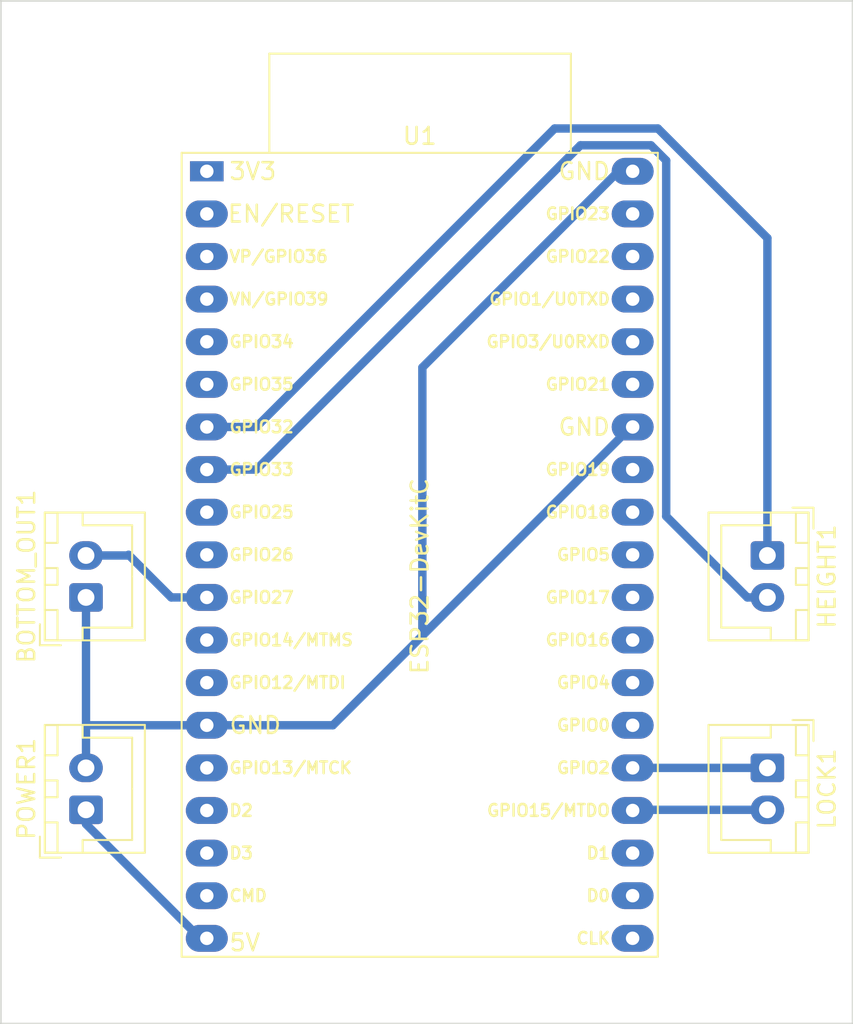
<source format=kicad_pcb>
(kicad_pcb (version 20221018) (generator pcbnew)
  (layers (0 "F.Cu" signal) (31 "B.Cu" signal) (34 "B.Paste" user) (35 "F.Paste" user) (36 "B.SilkS" user "B.Silkscreen") (37 "F.SilkS" user "F.Silkscreen") (38 "B.Mask" user) (39 "F.Mask" user) (44 "Edge.Cuts" user))
  (net 0 "")
  (net 1 "GND")
  (net 16 "+5V")
  (net 32 "Net-(BOTTOM_OUT1-Pin_2)")
  (net 33 "Net-(HEIGHT1-Pin_1)")
  (net 34 "Net-(HEIGHT1-Pin_2)")
  (net 35 "Net-(LOCK1-Pin_1)")
  (net 36 "Net-(LOCK1-Pin_2)")
  (footprint "Connector_JST:JST_XH_B2B-XH-A_1x02_P2.50mm_Vertical" (layer "F.Cu") (at 81.69868 154.98272 -90)
    (fp_text reference "HEIGHT1" (at 1.25 -3.55 90) (layer "F.SilkS"))
    (fp_text value "Conn_01x02_Pin")
    (fp_line (start -2.85 -2.75) (end -2.85 -1.5) (stroke (width 0.12)) (layer "F.SilkS"))
    (fp_line (start -2.56 -2.46) (end -2.56 3.51) (stroke (width 0.12)) (layer "F.SilkS"))
    (fp_line (start -2.56 3.51) (end 5.06 3.51) (stroke (width 0.12)) (layer "F.SilkS"))
    (fp_line (start -2.55 -2.45) (end -2.55 -1.7) (stroke (width 0.12)) (layer "F.SilkS"))
    (fp_line (start -2.55 -1.7) (end -0.75 -1.7) (stroke (width 0.12)) (layer "F.SilkS"))
    (fp_line (start -2.55 -0.2) (end -1.8 -0.2) (stroke (width 0.12)) (layer "F.SilkS"))
    (fp_line (start -1.8 -0.2) (end -1.8 2.75) (stroke (width 0.12)) (layer "F.SilkS"))
    (fp_line (start -1.8 2.75) (end 1.25 2.75) (stroke (width 0.12)) (layer "F.SilkS"))
    (fp_line (start -1.6 -2.75) (end -2.85 -2.75) (stroke (width 0.12)) (layer "F.SilkS"))
    (fp_line (start -0.75 -2.45) (end -2.55 -2.45) (stroke (width 0.12)) (layer "F.SilkS"))
    (fp_line (start -0.75 -1.7) (end -0.75 -2.45) (stroke (width 0.12)) (layer "F.SilkS"))
    (fp_line (start 0.75 -2.45) (end 0.75 -1.7) (stroke (width 0.12)) (layer "F.SilkS"))
    (fp_line (start 0.75 -1.7) (end 1.75 -1.7) (stroke (width 0.12)) (layer "F.SilkS"))
    (fp_line (start 1.75 -2.45) (end 0.75 -2.45) (stroke (width 0.12)) (layer "F.SilkS"))
    (fp_line (start 1.75 -1.7) (end 1.75 -2.45) (stroke (width 0.12)) (layer "F.SilkS"))
    (fp_line (start 3.25 -2.45) (end 3.25 -1.7) (stroke (width 0.12)) (layer "F.SilkS"))
    (fp_line (start 3.25 -1.7) (end 5.05 -1.7) (stroke (width 0.12)) (layer "F.SilkS"))
    (fp_line (start 4.3 -0.2) (end 4.3 2.75) (stroke (width 0.12)) (layer "F.SilkS"))
    (fp_line (start 4.3 2.75) (end 1.25 2.75) (stroke (width 0.12)) (layer "F.SilkS"))
    (fp_line (start 5.05 -2.45) (end 3.25 -2.45) (stroke (width 0.12)) (layer "F.SilkS"))
    (fp_line (start 5.05 -1.7) (end 5.05 -2.45) (stroke (width 0.12)) (layer "F.SilkS"))
    (fp_line (start 5.05 -0.2) (end 4.3 -0.2) (stroke (width 0.12)) (layer "F.SilkS"))
    (fp_line (start 5.06 -2.46) (end -2.56 -2.46) (stroke (width 0.12)) (layer "F.SilkS"))
    (fp_line (start 5.06 3.51) (end 5.06 -2.46) (stroke (width 0.12)) (layer "F.SilkS"))
    (pad "1" thru_hole roundrect (at 0 0 270) (size 1.7 2) (drill 1) (layers "*.Cu" "*.Mask") (roundrect_rratio 0.1470588235) (net 33 "Net-(HEIGHT1-Pin_1)"))
    (pad "2" thru_hole oval (at 2.5 0 270) (size 1.7 2) (drill 1) (layers "*.Cu" "*.Mask") (net 34 "Net-(HEIGHT1-Pin_2)"))
  )
  (footprint "Connector_JST:JST_XH_B2B-XH-A_1x02_P2.50mm_Vertical" (layer "F.Cu") (at 41.05868 157.48272 90)
    (fp_text reference "BOTTOM_OUT1" (at 1.25 -3.55 90) (layer "F.SilkS"))
    (fp_text value "Conn_01x02_Pin")
    (fp_line (start -2.85 -2.75) (end -2.85 -1.5) (stroke (width 0.12)) (layer "F.SilkS"))
    (fp_line (start -2.56 -2.46) (end -2.56 3.51) (stroke (width 0.12)) (layer "F.SilkS"))
    (fp_line (start -2.56 3.51) (end 5.06 3.51) (stroke (width 0.12)) (layer "F.SilkS"))
    (fp_line (start -2.55 -2.45) (end -2.55 -1.7) (stroke (width 0.12)) (layer "F.SilkS"))
    (fp_line (start -2.55 -1.7) (end -0.75 -1.7) (stroke (width 0.12)) (layer "F.SilkS"))
    (fp_line (start -2.55 -0.2) (end -1.8 -0.2) (stroke (width 0.12)) (layer "F.SilkS"))
    (fp_line (start -1.8 -0.2) (end -1.8 2.75) (stroke (width 0.12)) (layer "F.SilkS"))
    (fp_line (start -1.8 2.75) (end 1.25 2.75) (stroke (width 0.12)) (layer "F.SilkS"))
    (fp_line (start -1.6 -2.75) (end -2.85 -2.75) (stroke (width 0.12)) (layer "F.SilkS"))
    (fp_line (start -0.75 -2.45) (end -2.55 -2.45) (stroke (width 0.12)) (layer "F.SilkS"))
    (fp_line (start -0.75 -1.7) (end -0.75 -2.45) (stroke (width 0.12)) (layer "F.SilkS"))
    (fp_line (start 0.75 -2.45) (end 0.75 -1.7) (stroke (width 0.12)) (layer "F.SilkS"))
    (fp_line (start 0.75 -1.7) (end 1.75 -1.7) (stroke (width 0.12)) (layer "F.SilkS"))
    (fp_line (start 1.75 -2.45) (end 0.75 -2.45) (stroke (width 0.12)) (layer "F.SilkS"))
    (fp_line (start 1.75 -1.7) (end 1.75 -2.45) (stroke (width 0.12)) (layer "F.SilkS"))
    (fp_line (start 3.25 -2.45) (end 3.25 -1.7) (stroke (width 0.12)) (layer "F.SilkS"))
    (fp_line (start 3.25 -1.7) (end 5.05 -1.7) (stroke (width 0.12)) (layer "F.SilkS"))
    (fp_line (start 4.3 -0.2) (end 4.3 2.75) (stroke (width 0.12)) (layer "F.SilkS"))
    (fp_line (start 4.3 2.75) (end 1.25 2.75) (stroke (width 0.12)) (layer "F.SilkS"))
    (fp_line (start 5.05 -2.45) (end 3.25 -2.45) (stroke (width 0.12)) (layer "F.SilkS"))
    (fp_line (start 5.05 -1.7) (end 5.05 -2.45) (stroke (width 0.12)) (layer "F.SilkS"))
    (fp_line (start 5.05 -0.2) (end 4.3 -0.2) (stroke (width 0.12)) (layer "F.SilkS"))
    (fp_line (start 5.06 -2.46) (end -2.56 -2.46) (stroke (width 0.12)) (layer "F.SilkS"))
    (fp_line (start 5.06 3.51) (end 5.06 -2.46) (stroke (width 0.12)) (layer "F.SilkS"))
    (pad "1" thru_hole roundrect (at 0 0 90) (size 1.7 2) (drill 1) (layers "*.Cu" "*.Mask") (roundrect_rratio 0.1470588235) (net 1 "GND"))
    (pad "2" thru_hole oval (at 2.5 0 90) (size 1.7 2) (drill 1) (layers "*.Cu" "*.Mask") (net 32 "Net-(BOTTOM_OUT1-Pin_2)"))
  )
  (footprint "Connector_JST:JST_XH_B2B-XH-A_1x02_P2.50mm_Vertical" (layer "F.Cu") (at 81.69868 167.64272 -90)
    (fp_text reference "LOCK1" (at 1.25 -3.55 90) (layer "F.SilkS"))
    (fp_text value "Conn_01x02_Pin")
    (fp_line (start -2.85 -2.75) (end -2.85 -1.5) (stroke (width 0.12)) (layer "F.SilkS"))
    (fp_line (start -2.56 -2.46) (end -2.56 3.51) (stroke (width 0.12)) (layer "F.SilkS"))
    (fp_line (start -2.56 3.51) (end 5.06 3.51) (stroke (width 0.12)) (layer "F.SilkS"))
    (fp_line (start -2.55 -2.45) (end -2.55 -1.7) (stroke (width 0.12)) (layer "F.SilkS"))
    (fp_line (start -2.55 -1.7) (end -0.75 -1.7) (stroke (width 0.12)) (layer "F.SilkS"))
    (fp_line (start -2.55 -0.2) (end -1.8 -0.2) (stroke (width 0.12)) (layer "F.SilkS"))
    (fp_line (start -1.8 -0.2) (end -1.8 2.75) (stroke (width 0.12)) (layer "F.SilkS"))
    (fp_line (start -1.8 2.75) (end 1.25 2.75) (stroke (width 0.12)) (layer "F.SilkS"))
    (fp_line (start -1.6 -2.75) (end -2.85 -2.75) (stroke (width 0.12)) (layer "F.SilkS"))
    (fp_line (start -0.75 -2.45) (end -2.55 -2.45) (stroke (width 0.12)) (layer "F.SilkS"))
    (fp_line (start -0.75 -1.7) (end -0.75 -2.45) (stroke (width 0.12)) (layer "F.SilkS"))
    (fp_line (start 0.75 -2.45) (end 0.75 -1.7) (stroke (width 0.12)) (layer "F.SilkS"))
    (fp_line (start 0.75 -1.7) (end 1.75 -1.7) (stroke (width 0.12)) (layer "F.SilkS"))
    (fp_line (start 1.75 -2.45) (end 0.75 -2.45) (stroke (width 0.12)) (layer "F.SilkS"))
    (fp_line (start 1.75 -1.7) (end 1.75 -2.45) (stroke (width 0.12)) (layer "F.SilkS"))
    (fp_line (start 3.25 -2.45) (end 3.25 -1.7) (stroke (width 0.12)) (layer "F.SilkS"))
    (fp_line (start 3.25 -1.7) (end 5.05 -1.7) (stroke (width 0.12)) (layer "F.SilkS"))
    (fp_line (start 4.3 -0.2) (end 4.3 2.75) (stroke (width 0.12)) (layer "F.SilkS"))
    (fp_line (start 4.3 2.75) (end 1.25 2.75) (stroke (width 0.12)) (layer "F.SilkS"))
    (fp_line (start 5.05 -2.45) (end 3.25 -2.45) (stroke (width 0.12)) (layer "F.SilkS"))
    (fp_line (start 5.05 -1.7) (end 5.05 -2.45) (stroke (width 0.12)) (layer "F.SilkS"))
    (fp_line (start 5.05 -0.2) (end 4.3 -0.2) (stroke (width 0.12)) (layer "F.SilkS"))
    (fp_line (start 5.06 -2.46) (end -2.56 -2.46) (stroke (width 0.12)) (layer "F.SilkS"))
    (fp_line (start 5.06 3.51) (end 5.06 -2.46) (stroke (width 0.12)) (layer "F.SilkS"))
    (pad "1" thru_hole roundrect (at 0 0 270) (size 1.7 2) (drill 1) (layers "*.Cu" "*.Mask") (roundrect_rratio 0.1470588235) (net 35 "Net-(LOCK1-Pin_1)"))
    (pad "2" thru_hole oval (at 2.5 0 270) (size 1.7 2) (drill 1) (layers "*.Cu" "*.Mask") (net 36 "Net-(LOCK1-Pin_2)"))
  )
  (footprint "Connector_JST:JST_XH_B2B-XH-A_1x02_P2.50mm_Vertical" (layer "F.Cu") (at 41.05868 170.14272 90)
    (fp_text reference "POWER1" (at 1.25 -3.55 90) (layer "F.SilkS"))
    (fp_text value "Conn_01x02_Pin")
    (fp_line (start -2.85 -2.75) (end -2.85 -1.5) (stroke (width 0.12)) (layer "F.SilkS"))
    (fp_line (start -2.56 -2.46) (end -2.56 3.51) (stroke (width 0.12)) (layer "F.SilkS"))
    (fp_line (start -2.56 3.51) (end 5.06 3.51) (stroke (width 0.12)) (layer "F.SilkS"))
    (fp_line (start -2.55 -2.45) (end -2.55 -1.7) (stroke (width 0.12)) (layer "F.SilkS"))
    (fp_line (start -2.55 -1.7) (end -0.75 -1.7) (stroke (width 0.12)) (layer "F.SilkS"))
    (fp_line (start -2.55 -0.2) (end -1.8 -0.2) (stroke (width 0.12)) (layer "F.SilkS"))
    (fp_line (start -1.8 -0.2) (end -1.8 2.75) (stroke (width 0.12)) (layer "F.SilkS"))
    (fp_line (start -1.8 2.75) (end 1.25 2.75) (stroke (width 0.12)) (layer "F.SilkS"))
    (fp_line (start -1.6 -2.75) (end -2.85 -2.75) (stroke (width 0.12)) (layer "F.SilkS"))
    (fp_line (start -0.75 -2.45) (end -2.55 -2.45) (stroke (width 0.12)) (layer "F.SilkS"))
    (fp_line (start -0.75 -1.7) (end -0.75 -2.45) (stroke (width 0.12)) (layer "F.SilkS"))
    (fp_line (start 0.75 -2.45) (end 0.75 -1.7) (stroke (width 0.12)) (layer "F.SilkS"))
    (fp_line (start 0.75 -1.7) (end 1.75 -1.7) (stroke (width 0.12)) (layer "F.SilkS"))
    (fp_line (start 1.75 -2.45) (end 0.75 -2.45) (stroke (width 0.12)) (layer "F.SilkS"))
    (fp_line (start 1.75 -1.7) (end 1.75 -2.45) (stroke (width 0.12)) (layer "F.SilkS"))
    (fp_line (start 3.25 -2.45) (end 3.25 -1.7) (stroke (width 0.12)) (layer "F.SilkS"))
    (fp_line (start 3.25 -1.7) (end 5.05 -1.7) (stroke (width 0.12)) (layer "F.SilkS"))
    (fp_line (start 4.3 -0.2) (end 4.3 2.75) (stroke (width 0.12)) (layer "F.SilkS"))
    (fp_line (start 4.3 2.75) (end 1.25 2.75) (stroke (width 0.12)) (layer "F.SilkS"))
    (fp_line (start 5.05 -2.45) (end 3.25 -2.45) (stroke (width 0.12)) (layer "F.SilkS"))
    (fp_line (start 5.05 -1.7) (end 5.05 -2.45) (stroke (width 0.12)) (layer "F.SilkS"))
    (fp_line (start 5.05 -0.2) (end 4.3 -0.2) (stroke (width 0.12)) (layer "F.SilkS"))
    (fp_line (start 5.06 -2.46) (end -2.56 -2.46) (stroke (width 0.12)) (layer "F.SilkS"))
    (fp_line (start 5.06 3.51) (end 5.06 -2.46) (stroke (width 0.12)) (layer "F.SilkS"))
    (pad "1" thru_hole roundrect (at 0 0 90) (size 1.7 2) (drill 1) (layers "*.Cu" "*.Mask") (roundrect_rratio 0.1470588235) (net 16 "+5V"))
    (pad "2" thru_hole oval (at 2.5 0 90) (size 1.7 2) (drill 1) (layers "*.Cu" "*.Mask") (net 1 "GND"))
  )
  (footprint "PCM_Espressif:ESP32-DevKitC" (layer "F.Cu") (at 48.26368 132.08272)
    (fp_text reference "U1" (at 12.7 -2.1) (layer "F.SilkS"))
    (fp_text value "ESP32-DevKitC" (at 12.7 24.13 90) (layer "F.SilkS"))
    (fp_text user "GPIO17" (at 24.13 25.4 unlocked) (layer "F.SilkS") (effects (font (size 0.7 0.7)) (justify right)))
    (fp_text user "EN/RESET" (at 8.88632 2.53728 unlocked) (layer "F.SilkS") (effects (justify right)))
    (fp_text user "3V3" (at 1.27 0 unlocked) (layer "F.SilkS") (effects (justify left)))
    (fp_text user "CMD" (at 1.27 43.18 unlocked) (layer "F.SilkS") (effects (font (size 0.7 0.7)) (justify left)))
    (fp_text user "GPIO34" (at 1.27 10.16 unlocked) (layer "F.SilkS") (effects (font (size 0.7 0.7)) (justify left)))
    (fp_text user "D3" (at 1.27 40.64 unlocked) (layer "F.SilkS") (effects (font (size 0.7 0.7)) (justify left)))
    (fp_text user "GPIO26" (at 1.27 22.86 unlocked) (layer "F.SilkS") (effects (font (size 0.7 0.7)) (justify left)))
    (fp_text user "GPIO14/MTMS" (at 1.27 27.94 unlocked) (layer "F.SilkS") (effects (font (size 0.7 0.7)) (justify left)))
    (fp_text user "D0" (at 24.13 43.18 unlocked) (layer "F.SilkS") (effects (font (size 0.7 0.7)) (justify right)))
    (fp_text user "GND" (at 1.27 33.02 unlocked) (layer "F.SilkS") (effects (justify left)))
    (fp_text user "GPIO1/U0TXD" (at 24.13 7.62 unlocked) (layer "F.SilkS") (effects (font (size 0.7 0.7)) (justify right)))
    (fp_text user "GND" (at 24.13 0 unlocked) (layer "F.SilkS") (effects (justify right)))
    (fp_text user "D1" (at 24.13 40.64 unlocked) (layer "F.SilkS") (effects (font (size 0.7 0.7)) (justify right)))
    (fp_text user "GPIO27" (at 1.27 25.4 unlocked) (layer "F.SilkS") (effects (font (size 0.7 0.7)) (justify left)))
    (fp_text user "GPIO22" (at 24.13 5.08 unlocked) (layer "F.SilkS") (effects (font (size 0.7 0.7)) (justify right)))
    (fp_text user "GPIO33" (at 1.27 17.78 unlocked) (layer "F.SilkS") (effects (font (size 0.7 0.7)) (justify left)))
    (fp_text user "GND" (at 24.13 15.24 unlocked) (layer "F.SilkS") (effects (justify right)))
    (fp_text user "D2" (at 1.27 38.1 unlocked) (layer "F.SilkS") (effects (font (size 0.7 0.7)) (justify left)))
    (fp_text user "GPIO2" (at 24.13 35.56 unlocked) (layer "F.SilkS") (effects (font (size 0.7 0.7)) (justify right)))
    (fp_text user "GPIO3/U0RXD" (at 24.13 10.16 unlocked) (layer "F.SilkS") (effects (font (size 0.7 0.7)) (justify right)))
    (fp_text user "GPIO25" (at 1.27 20.32 unlocked) (layer "F.SilkS") (effects (font (size 0.7 0.7)) (justify left)))
    (fp_text user "GPIO12/MTDI" (at 1.27 30.48 unlocked) (layer "F.SilkS") (effects (font (size 0.7 0.7)) (justify left)))
    (fp_text user "VP/GPIO36" (at 1.27 5.08 unlocked) (layer "F.SilkS") (effects (font (size 0.7 0.7)) (justify left)))
    (fp_text user "GPIO13/MTCK" (at 1.27 35.56 unlocked) (layer "F.SilkS") (effects (font (size 0.7 0.7)) (justify left)))
    (fp_text user "5V" (at 1.26632 45.97128 unlocked) (layer "F.SilkS") (effects (justify left)))
    (fp_text user "GPIO5" (at 24.13 22.86 unlocked) (layer "F.SilkS") (effects (font (size 0.7 0.7)) (justify right)))
    (fp_text user "GPIO32" (at 1.27 15.24 unlocked) (layer "F.SilkS") (effects (font (size 0.7 0.7)) (justify left)))
    (fp_text user "CLK" (at 24.13 45.72 unlocked) (layer "F.SilkS") (effects (font (size 0.7 0.7)) (justify right)))
    (fp_text user "GPIO19" (at 24.13 17.78 unlocked) (layer "F.SilkS") (effects (font (size 0.7 0.7)) (justify right)))
    (fp_text user "GPIO23" (at 24.13 2.54 unlocked) (layer "F.SilkS") (effects (font (size 0.7 0.7)) (justify right)))
    (fp_text user "GPIO18" (at 24.13 20.32 unlocked) (layer "F.SilkS") (effects (font (size 0.7 0.7)) (justify right)))
    (fp_text user "GPIO21" (at 24.13 12.7 unlocked) (layer "F.SilkS") (effects (font (size 0.7 0.7)) (justify right)))
    (fp_text user "GPIO16" (at 24.13 27.94 unlocked) (layer "F.SilkS") (effects (font (size 0.7 0.7)) (justify right)))
    (fp_text user "VN/GPIO39" (at 1.27 7.62 unlocked) (layer "F.SilkS") (effects (font (size 0.7 0.7)) (justify left)))
    (fp_text user "GPIO15/MTDO" (at 24.13 38.1 unlocked) (layer "F.SilkS") (effects (font (size 0.7 0.7)) (justify right)))
    (fp_text user "GPIO35" (at 1.27 12.7 unlocked) (layer "F.SilkS") (effects (font (size 0.7 0.7)) (justify left)))
    (fp_text user "GPIO0" (at 24.13 33.02 unlocked) (layer "F.SilkS") (effects (font (size 0.7 0.7)) (justify right)))
    (fp_text user "GPIO4" (at 24.13 30.48 unlocked) (layer "F.SilkS") (effects (font (size 0.7 0.7)) (justify right)))
    (fp_line (start -1.5 46.82) (end 26.899999 46.82) (stroke (width 0.12)) (layer "F.SilkS"))
    (fp_line (start -1.499999 -1.1) (end -1.5 46.82) (stroke (width 0.12)) (layer "F.SilkS"))
    (fp_line (start 3.73012 -7.01312) (end 21.71332 -7.01312) (stroke (width 0.12)) (layer "F.SilkS"))
    (fp_line (start 3.73012 -1.12032) (end 3.73012 -7.01312) (stroke (width 0.12)) (layer "F.SilkS"))
    (fp_line (start 21.71332 -7.01312) (end 21.71332 -1.12032) (stroke (width 0.12)) (layer "F.SilkS"))
    (fp_line (start 26.899999 46.82) (end 26.9 -1.1) (stroke (width 0.12)) (layer "F.SilkS"))
    (fp_line (start 26.9 -1.1) (end -1.499999 -1.1) (stroke (width 0.12)) (layer "F.SilkS"))
    (pad "1" thru_hole rect (at 0 0 270) (size 1.2 2) (drill 0.8) (layers "*.Cu" "*.Mask"))
    (pad "2" thru_hole oval (at 0 2.54 270) (size 1.6 2.5) (drill 0.8) (layers "*.Cu" "*.Mask"))
    (pad "3" thru_hole oval (at 0 5.08 270) (size 1.6 2.5) (drill 0.8) (layers "*.Cu" "*.Mask"))
    (pad "4" thru_hole oval (at 0 7.62 270) (size 1.6 2.5) (drill 0.8) (layers "*.Cu" "*.Mask"))
    (pad "5" thru_hole oval (at 0 10.16 270) (size 1.6 2.5) (drill 0.8) (layers "*.Cu" "*.Mask"))
    (pad "6" thru_hole oval (at 0 12.7 270) (size 1.6 2.5) (drill 0.8) (layers "*.Cu" "*.Mask"))
    (pad "7" thru_hole oval (at 0 15.24 270) (size 1.6 2.5) (drill 0.8) (layers "*.Cu" "*.Mask") (net 33 "Net-(HEIGHT1-Pin_1)"))
    (pad "8" thru_hole oval (at 0 17.78 270) (size 1.6 2.5) (drill 0.8) (layers "*.Cu" "*.Mask") (net 34 "Net-(HEIGHT1-Pin_2)"))
    (pad "9" thru_hole oval (at 0 20.32 270) (size 1.6 2.5) (drill 0.8) (layers "*.Cu" "*.Mask"))
    (pad "10" thru_hole oval (at 0 22.86 270) (size 1.6 2.5) (drill 0.8) (layers "*.Cu" "*.Mask"))
    (pad "11" thru_hole oval (at 0 25.4 270) (size 1.6 2.5) (drill 0.8) (layers "*.Cu" "*.Mask") (net 32 "Net-(BOTTOM_OUT1-Pin_2)"))
    (pad "12" thru_hole oval (at 0 27.94 270) (size 1.6 2.5) (drill 0.8) (layers "*.Cu" "*.Mask"))
    (pad "13" thru_hole oval (at 0 30.48 270) (size 1.6 2.5) (drill 0.8) (layers "*.Cu" "*.Mask"))
    (pad "14" thru_hole oval (at 0 33.02 270) (size 1.6 2.5) (drill 0.8) (layers "*.Cu" "*.Mask") (net 1 "GND"))
    (pad "15" thru_hole oval (at 0 35.56 270) (size 1.6 2.5) (drill 0.8) (layers "*.Cu" "*.Mask"))
    (pad "16" thru_hole oval (at 0 38.1 270) (size 1.6 2.5) (drill 0.8) (layers "*.Cu" "*.Mask"))
    (pad "17" thru_hole oval (at 0 40.64 270) (size 1.6 2.5) (drill 0.8) (layers "*.Cu" "*.Mask"))
    (pad "18" thru_hole oval (at 0 43.18 270) (size 1.6 2.5) (drill 0.8) (layers "*.Cu" "*.Mask"))
    (pad "19" thru_hole oval (at 0 45.72 270) (size 1.6 2.5) (drill 0.8) (layers "*.Cu" "*.Mask") (net 16 "+5V"))
    (pad "20" thru_hole oval (at 25.39632 45.71728 270) (size 1.6 2.5) (drill 0.8) (layers "*.Cu" "*.Mask"))
    (pad "21" thru_hole oval (at 25.39632 43.17728 270) (size 1.6 2.5) (drill 0.8) (layers "*.Cu" "*.Mask"))
    (pad "22" thru_hole oval (at 25.4 40.64 270) (size 1.6 2.5) (drill 0.8) (layers "*.Cu" "*.Mask"))
    (pad "23" thru_hole oval (at 25.4 38.1 270) (size 1.6 2.5) (drill 0.8) (layers "*.Cu" "*.Mask") (net 36 "Net-(LOCK1-Pin_2)"))
    (pad "24" thru_hole oval (at 25.4 35.56 270) (size 1.6 2.5) (drill 0.8) (layers "*.Cu" "*.Mask") (net 35 "Net-(LOCK1-Pin_1)"))
    (pad "25" thru_hole oval (at 25.4 33.02 270) (size 1.6 2.5) (drill 0.8) (layers "*.Cu" "*.Mask"))
    (pad "26" thru_hole oval (at 25.4 30.48 270) (size 1.6 2.5) (drill 0.8) (layers "*.Cu" "*.Mask"))
    (pad "27" thru_hole oval (at 25.4 27.94 270) (size 1.6 2.5) (drill 0.8) (layers "*.Cu" "*.Mask"))
    (pad "28" thru_hole oval (at 25.4 25.4 270) (size 1.6 2.5) (drill 0.8) (layers "*.Cu" "*.Mask"))
    (pad "29" thru_hole oval (at 25.4 22.86 270) (size 1.6 2.5) (drill 0.8) (layers "*.Cu" "*.Mask"))
    (pad "30" thru_hole oval (at 25.4 20.32 270) (size 1.6 2.5) (drill 0.8) (layers "*.Cu" "*.Mask"))
    (pad "31" thru_hole oval (at 25.4 17.78 270) (size 1.6 2.5) (drill 0.8) (layers "*.Cu" "*.Mask"))
    (pad "32" thru_hole oval (at 25.4 15.24 270) (size 1.6 2.5) (drill 0.8) (layers "*.Cu" "*.Mask") (net 1 "GND"))
    (pad "33" thru_hole oval (at 25.4 12.7 270) (size 1.6 2.5) (drill 0.8) (layers "*.Cu" "*.Mask"))
    (pad "34" thru_hole oval (at 25.4 10.16 270) (size 1.6 2.5) (drill 0.8) (layers "*.Cu" "*.Mask"))
    (pad "35" thru_hole oval (at 25.4 7.62 270) (size 1.6 2.5) (drill 0.8) (layers "*.Cu" "*.Mask"))
    (pad "36" thru_hole oval (at 25.4 5.08 270) (size 1.6 2.5) (drill 0.8) (layers "*.Cu" "*.Mask"))
    (pad "37" thru_hole oval (at 25.4 2.54 270) (size 1.6 2.5) (drill 0.8) (layers "*.Cu" "*.Mask"))
    (pad "38" thru_hole oval (at 25.4 0 270) (size 1.6 2.5) (drill 0.8) (layers "*.Cu" "*.Mask") (net 1 "GND"))
  )
  (gr_rect (start 35.97868 121.92272) (end 86.77868 182.88272) (stroke (width 0.1)) (fill none) (layer "Edge.Cuts"))
  (segment (start 41.05868 165.10272) (end 41.05868 167.64272) (width 0.5) (layer "B.Cu") (net 1))
  (segment (start 61.120164 143.776236) (end 61.120164 159.764204) (width 0.5) (layer "B.Cu") (net 1))
  (segment (start 41.05868 157.48272) (end 41.05868 165.10272) (width 0.5) (layer "B.Cu") (net 1))
  (segment (start 48.26368 165.10272) (end 55.781649 165.10272) (width 0.5) (layer "B.Cu") (net 1))
  (segment (start 73.561649 147.32272) (end 73.66368 147.32272) (width 0.5) (layer "B.Cu") (net 1))
  (segment (start 41.05868 165.10272) (end 48.26368 165.10272) (width 0.5) (layer "B.Cu") (net 1))
  (segment (start 72.81368 132.08272) (end 61.120164 143.776236) (width 0.5) (layer "B.Cu") (net 1))
  (segment (start 61.120164 159.764204) (end 73.561649 147.32272) (width 0.5) (layer "B.Cu") (net 1))
  (segment (start 55.781649 165.10272) (end 61.120164 159.764204) (width 0.5) (layer "B.Cu") (net 1))
  (segment (start 73.66368 132.08272) (end 72.81368 132.08272) (width 0.5) (layer "B.Cu") (net 1))
  (segment (start 41.05868 170.99272) (end 47.86868 177.80272) (width 0.5) (layer "B.Cu") (net 16))
  (segment (start 47.86868 177.80272) (end 48.26368 177.80272) (width 0.5) (layer "B.Cu") (net 16))
  (segment (start 41.05868 170.14272) (end 41.05868 170.99272) (width 0.5) (layer "B.Cu") (net 16))
  (segment (start 46.13868 157.48272) (end 48.26368 157.48272) (width 0.5) (layer "B.Cu") (net 32))
  (segment (start 43.59868 154.94272) (end 46.13868 157.48272) (width 0.5) (layer "B.Cu") (net 32))
  (segment (start 43.55868 154.98272) (end 43.59868 154.94272) (width 0.5) (layer "B.Cu") (net 32))
  (segment (start 41.05868 154.98272) (end 43.55868 154.98272) (width 0.5) (layer "B.Cu") (net 32))
  (segment (start 81.69868 136.061475) (end 75.169925 129.53272) (width 0.5) (layer "B.Cu") (net 33))
  (segment (start 81.69868 154.98272) (end 81.69868 136.061475) (width 0.5) (layer "B.Cu") (net 33))
  (segment (start 51.21868 147.32272) (end 48.26368 147.32272) (width 0.5) (layer "B.Cu") (net 33))
  (segment (start 75.169925 129.53272) (end 69.00868 129.53272) (width 0.5) (layer "B.Cu") (net 33))
  (segment (start 69.00868 129.53272) (end 51.21868 147.32272) (width 0.5) (layer "B.Cu") (net 33))
  (segment (start 80.49868 157.48272) (end 75.66368 152.64772) (width 0.5) (layer "B.Cu") (net 34))
  (segment (start 81.69868 157.48272) (end 80.49868 157.48272) (width 0.5) (layer "B.Cu") (net 34))
  (segment (start 70.54868 130.53272) (end 51.21868 149.86272) (width 0.5) (layer "B.Cu") (net 34))
  (segment (start 74.755711 130.53272) (end 70.54868 130.53272) (width 0.5) (layer "B.Cu") (net 34))
  (segment (start 75.66368 131.440689) (end 74.755711 130.53272) (width 0.5) (layer "B.Cu") (net 34))
  (segment (start 75.66368 152.64772) (end 75.66368 131.440689) (width 0.5) (layer "B.Cu") (net 34))
  (segment (start 51.21868 149.86272) (end 48.26368 149.86272) (width 0.5) (layer "B.Cu") (net 34))
  (segment (start 81.69868 167.64272) (end 73.66368 167.64272) (width 0.5) (layer "B.Cu") (net 35))
  (segment (start 73.70368 170.14272) (end 73.66368 170.18272) (width 0.5) (layer "B.Cu") (net 36))
  (segment (start 81.69868 170.14272) (end 73.70368 170.14272) (width 0.5) (layer "B.Cu") (net 36))
)
</source>
